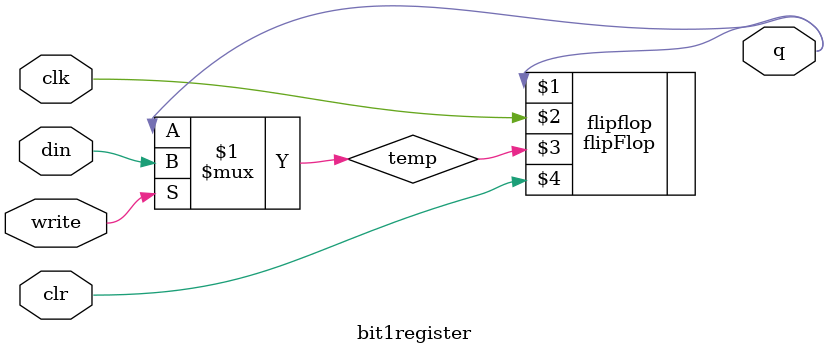
<source format=v>
`timescale 1ns / 1ps
module bit1register(q,clk,clr,din,write);

	input clk,clr,din,write;
	output q;
	wire temp;
	
	assign temp = (write)? din:q;
	flipFlop flipflop(q,clk,temp,clr);//module flipFlop(q, clk, d, clr);
	
endmodule

</source>
